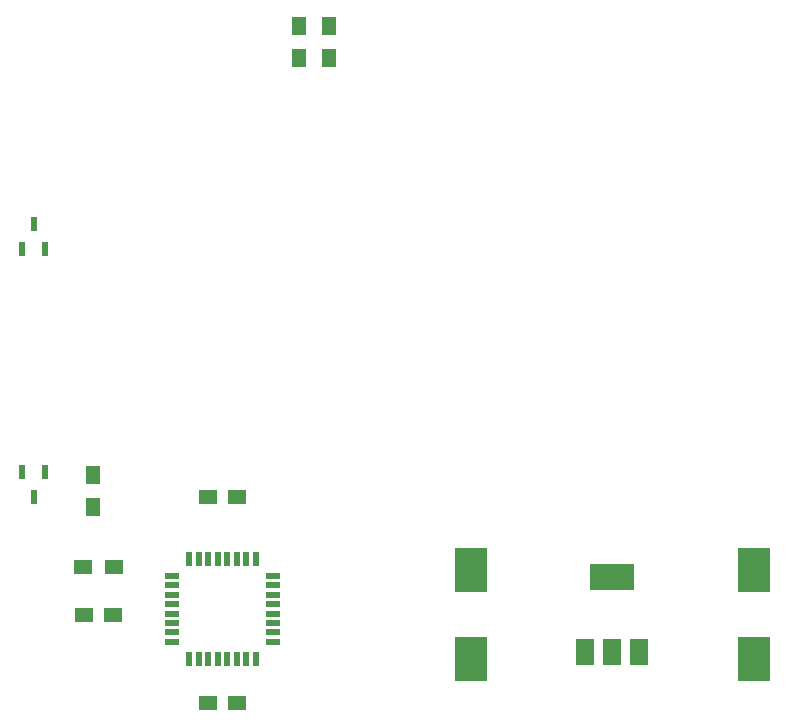
<source format=gtp>
G04 #@! TF.GenerationSoftware,KiCad,Pcbnew,(5.1.8)-1*
G04 #@! TF.CreationDate,2021-05-16T02:31:53+02:00*
G04 #@! TF.ProjectId,gtimer,6774696d-6572-42e6-9b69-6361645f7063,rev?*
G04 #@! TF.SameCoordinates,Original*
G04 #@! TF.FileFunction,Paste,Top*
G04 #@! TF.FilePolarity,Positive*
%FSLAX46Y46*%
G04 Gerber Fmt 4.6, Leading zero omitted, Abs format (unit mm)*
G04 Created by KiCad (PCBNEW (5.1.8)-1) date 2021-05-16 02:31:53*
%MOMM*%
%LPD*%
G01*
G04 APERTURE LIST*
%ADD10R,0.600000X1.300000*%
%ADD11R,3.800000X2.200000*%
%ADD12R,1.500000X2.200000*%
%ADD13R,0.600000X1.200000*%
%ADD14R,1.200000X0.600000*%
%ADD15R,1.300000X1.500000*%
%ADD16R,1.500000X1.300000*%
%ADD17R,2.700000X3.750000*%
%ADD18R,1.500000X1.250000*%
G04 APERTURE END LIST*
D10*
X25050000Y-53050000D03*
X26950000Y-53050000D03*
X26000000Y-50950000D03*
D11*
X75000000Y-80850000D03*
D12*
X72700000Y-87150000D03*
X75000000Y-87150000D03*
X77300000Y-87150000D03*
D13*
X39200000Y-87750000D03*
X40000000Y-87750000D03*
X40800000Y-87750000D03*
X41600000Y-87750000D03*
X42400000Y-87750000D03*
X43200000Y-87750000D03*
X44000000Y-87750000D03*
X44800000Y-87750000D03*
D14*
X46250000Y-86300000D03*
X46250000Y-85500000D03*
X46250000Y-84700000D03*
X46250000Y-83900000D03*
X46250000Y-83100000D03*
X46250000Y-82300000D03*
X46250000Y-81500000D03*
X46250000Y-80700000D03*
D13*
X44800000Y-79250000D03*
X44000000Y-79250000D03*
X43200000Y-79250000D03*
X42400000Y-79250000D03*
X41600000Y-79250000D03*
X40800000Y-79250000D03*
X40000000Y-79250000D03*
X39200000Y-79250000D03*
D14*
X37750000Y-80700000D03*
X37750000Y-81500000D03*
X37750000Y-82300000D03*
X37750000Y-83100000D03*
X37750000Y-83900000D03*
X37750000Y-84700000D03*
X37750000Y-85500000D03*
X37750000Y-86300000D03*
D15*
X48500000Y-36850000D03*
X48500000Y-34150000D03*
X51000000Y-36850000D03*
X51000000Y-34150000D03*
X31000000Y-74850000D03*
X31000000Y-72150000D03*
D16*
X30150000Y-80000000D03*
X32850000Y-80000000D03*
D10*
X26950000Y-71950000D03*
X25050000Y-71950000D03*
X26000000Y-74050000D03*
D17*
X63000000Y-87775000D03*
X63000000Y-80225000D03*
D18*
X32750000Y-84000000D03*
X30250000Y-84000000D03*
D17*
X87000000Y-87775000D03*
X87000000Y-80225000D03*
D18*
X40750000Y-91500000D03*
X43250000Y-91500000D03*
X40750000Y-74000000D03*
X43250000Y-74000000D03*
M02*

</source>
